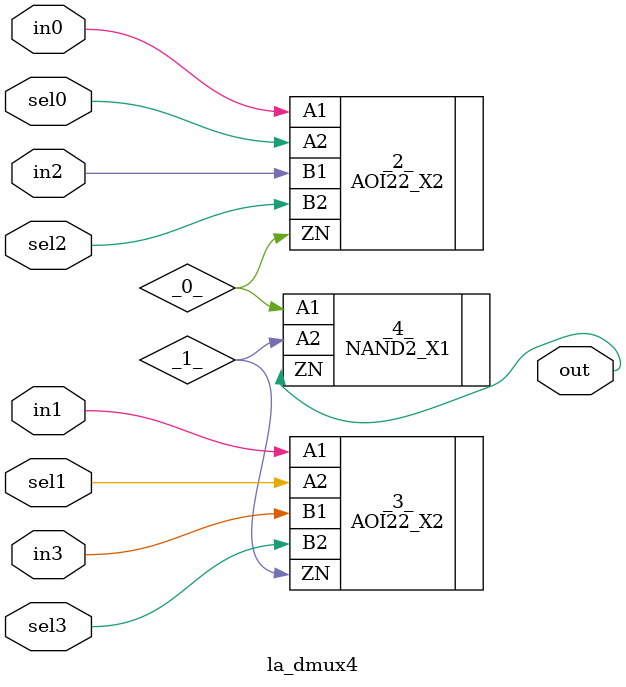
<source format=v>

/* Generated by Yosys 0.44 (git sha1 80ba43d26, g++ 11.4.0-1ubuntu1~22.04 -fPIC -O3) */

(* top =  1  *)
(* src = "generated" *)
(* keep_hierarchy *)
module la_dmux4 (
    sel3,
    sel2,
    sel1,
    sel0,
    in3,
    in2,
    in1,
    in0,
    out
);
  wire _0_;
  wire _1_;
  (* src = "generated" *)
  input in0;
  wire in0;
  (* src = "generated" *)
  input in1;
  wire in1;
  (* src = "generated" *)
  input in2;
  wire in2;
  (* src = "generated" *)
  input in3;
  wire in3;
  (* src = "generated" *)
  output out;
  wire out;
  (* src = "generated" *)
  input sel0;
  wire sel0;
  (* src = "generated" *)
  input sel1;
  wire sel1;
  (* src = "generated" *)
  input sel2;
  wire sel2;
  (* src = "generated" *)
  input sel3;
  wire sel3;
  AOI22_X2 _2_ (
      .A1(in0),
      .A2(sel0),
      .B1(in2),
      .B2(sel2),
      .ZN(_0_)
  );
  AOI22_X2 _3_ (
      .A1(in1),
      .A2(sel1),
      .B1(in3),
      .B2(sel3),
      .ZN(_1_)
  );
  NAND2_X1 _4_ (
      .A1(_0_),
      .A2(_1_),
      .ZN(out)
  );
endmodule

</source>
